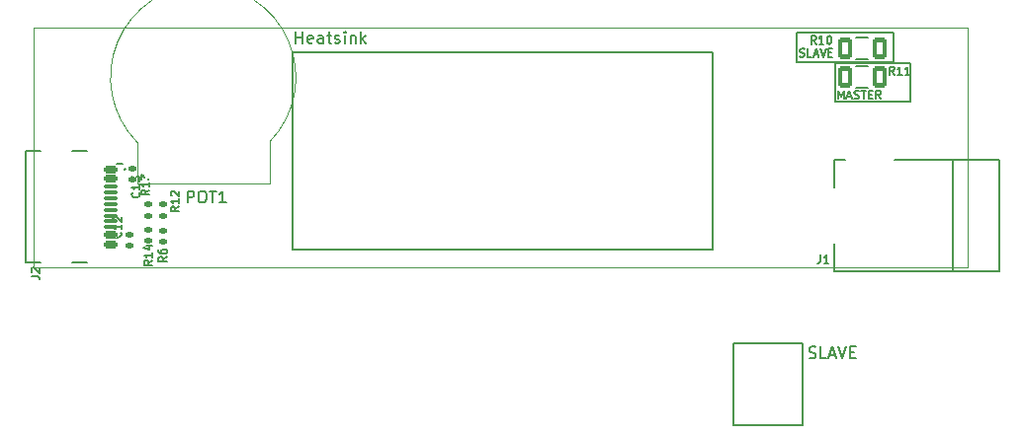
<source format=gbr>
%TF.GenerationSoftware,KiCad,Pcbnew,6.0.11+dfsg-1~bpo11+1*%
%TF.CreationDate,2023-04-14T13:04:02+02:00*%
%TF.ProjectId,IR-diode-general,49522d64-696f-4646-952d-67656e657261,rev?*%
%TF.SameCoordinates,Original*%
%TF.FileFunction,Legend,Top*%
%TF.FilePolarity,Positive*%
%FSLAX46Y46*%
G04 Gerber Fmt 4.6, Leading zero omitted, Abs format (unit mm)*
G04 Created by KiCad (PCBNEW 6.0.11+dfsg-1~bpo11+1) date 2023-04-14 13:04:02 commit 5e22265*
%MOMM*%
%LPD*%
G01*
G04 APERTURE LIST*
G04 Aperture macros list*
%AMRoundRect*
0 Rectangle with rounded corners*
0 $1 Rounding radius*
0 $2 $3 $4 $5 $6 $7 $8 $9 X,Y pos of 4 corners*
0 Add a 4 corners polygon primitive as box body*
4,1,4,$2,$3,$4,$5,$6,$7,$8,$9,$2,$3,0*
0 Add four circle primitives for the rounded corners*
1,1,$1+$1,$2,$3*
1,1,$1+$1,$4,$5*
1,1,$1+$1,$6,$7*
1,1,$1+$1,$8,$9*
0 Add four rect primitives between the rounded corners*
20,1,$1+$1,$2,$3,$4,$5,0*
20,1,$1+$1,$4,$5,$6,$7,0*
20,1,$1+$1,$6,$7,$8,$9,0*
20,1,$1+$1,$8,$9,$2,$3,0*%
G04 Aperture macros list end*
%ADD10C,0.150000*%
%TA.AperFunction,Profile*%
%ADD11C,0.100000*%
%TD*%
%ADD12C,0.145711*%
%ADD13C,0.120000*%
%ADD14RoundRect,0.147500X-0.172500X0.147500X-0.172500X-0.147500X0.172500X-0.147500X0.172500X0.147500X0*%
%ADD15RoundRect,0.147500X0.172500X-0.147500X0.172500X0.147500X-0.172500X0.147500X-0.172500X-0.147500X0*%
%ADD16O,2.000000X4.500000*%
%ADD17O,4.000000X1.990000*%
%ADD18O,2.000000X4.000000*%
%ADD19C,0.650000*%
%ADD20RoundRect,0.150000X-0.425000X0.150000X-0.425000X-0.150000X0.425000X-0.150000X0.425000X0.150000X0*%
%ADD21RoundRect,0.075000X-0.500000X0.075000X-0.500000X-0.075000X0.500000X-0.075000X0.500000X0.075000X0*%
%ADD22O,2.100000X1.050000*%
%ADD23O,2.000000X1.000000*%
%ADD24RoundRect,0.180000X0.420000X0.720000X-0.420000X0.720000X-0.420000X-0.720000X0.420000X-0.720000X0*%
%ADD25C,2.000000*%
%ADD26C,3.000000*%
G04 APERTURE END LIST*
D10*
X158650000Y-40850000D02*
X150350000Y-40850000D01*
X150350000Y-40850000D02*
X150350000Y-43450000D01*
X150350000Y-43450000D02*
X158650000Y-43450000D01*
X158650000Y-43450000D02*
X158650000Y-40850000D01*
X153650000Y-43475000D02*
X160150000Y-43475000D01*
X160150000Y-43475000D02*
X160150000Y-46825000D01*
X160150000Y-46825000D02*
X153650000Y-46825000D01*
X153650000Y-46825000D02*
X153650000Y-43475000D01*
X144951000Y-67600000D02*
X150901000Y-67600000D01*
X150901000Y-67600000D02*
X150901000Y-74550000D01*
X150901000Y-74550000D02*
X144951000Y-74550000D01*
X144951000Y-74550000D02*
X144951000Y-67600000D01*
X143200000Y-59500000D02*
X107200000Y-59500000D01*
X107200000Y-59500000D02*
X107200000Y-42550000D01*
X107200000Y-42550000D02*
X143200000Y-42550000D01*
X143200000Y-42550000D02*
X143200000Y-59500000D01*
D11*
X85000000Y-40500000D02*
X165000000Y-40500000D01*
X165000000Y-40500000D02*
X165000000Y-61000000D01*
X165000000Y-61000000D02*
X85000000Y-61000000D01*
X85000000Y-61000000D02*
X85000000Y-40500000D01*
D10*
X150650000Y-42933333D02*
X150750000Y-42966666D01*
X150916666Y-42966666D01*
X150983333Y-42933333D01*
X151016666Y-42900000D01*
X151050000Y-42833333D01*
X151050000Y-42766666D01*
X151016666Y-42700000D01*
X150983333Y-42666666D01*
X150916666Y-42633333D01*
X150783333Y-42600000D01*
X150716666Y-42566666D01*
X150683333Y-42533333D01*
X150650000Y-42466666D01*
X150650000Y-42400000D01*
X150683333Y-42333333D01*
X150716666Y-42300000D01*
X150783333Y-42266666D01*
X150950000Y-42266666D01*
X151050000Y-42300000D01*
X151683333Y-42966666D02*
X151350000Y-42966666D01*
X151350000Y-42266666D01*
X151883333Y-42766666D02*
X152216666Y-42766666D01*
X151816666Y-42966666D02*
X152050000Y-42266666D01*
X152283333Y-42966666D01*
X152416666Y-42266666D02*
X152650000Y-42966666D01*
X152883333Y-42266666D01*
X153116666Y-42600000D02*
X153350000Y-42600000D01*
X153450000Y-42966666D02*
X153116666Y-42966666D01*
X153116666Y-42266666D01*
X153450000Y-42266666D01*
X153950000Y-46566666D02*
X153950000Y-45866666D01*
X154183333Y-46366666D01*
X154416666Y-45866666D01*
X154416666Y-46566666D01*
X154716666Y-46366666D02*
X155050000Y-46366666D01*
X154650000Y-46566666D02*
X154883333Y-45866666D01*
X155116666Y-46566666D01*
X155316666Y-46533333D02*
X155416666Y-46566666D01*
X155583333Y-46566666D01*
X155650000Y-46533333D01*
X155683333Y-46500000D01*
X155716666Y-46433333D01*
X155716666Y-46366666D01*
X155683333Y-46300000D01*
X155650000Y-46266666D01*
X155583333Y-46233333D01*
X155450000Y-46200000D01*
X155383333Y-46166666D01*
X155350000Y-46133333D01*
X155316666Y-46066666D01*
X155316666Y-46000000D01*
X155350000Y-45933333D01*
X155383333Y-45900000D01*
X155450000Y-45866666D01*
X155616666Y-45866666D01*
X155716666Y-45900000D01*
X155916666Y-45866666D02*
X156316666Y-45866666D01*
X156116666Y-46566666D02*
X156116666Y-45866666D01*
X156550000Y-46200000D02*
X156783333Y-46200000D01*
X156883333Y-46566666D02*
X156550000Y-46566666D01*
X156550000Y-45866666D01*
X156883333Y-45866666D01*
X157583333Y-46566666D02*
X157350000Y-46233333D01*
X157183333Y-46566666D02*
X157183333Y-45866666D01*
X157450000Y-45866666D01*
X157516666Y-45900000D01*
X157550000Y-45933333D01*
X157583333Y-46000000D01*
X157583333Y-46100000D01*
X157550000Y-46166666D01*
X157516666Y-46200000D01*
X157450000Y-46233333D01*
X157183333Y-46233333D01*
X107497619Y-41802380D02*
X107497619Y-40802380D01*
X107497619Y-41278571D02*
X108069047Y-41278571D01*
X108069047Y-41802380D02*
X108069047Y-40802380D01*
X108926190Y-41754761D02*
X108830952Y-41802380D01*
X108640476Y-41802380D01*
X108545238Y-41754761D01*
X108497619Y-41659523D01*
X108497619Y-41278571D01*
X108545238Y-41183333D01*
X108640476Y-41135714D01*
X108830952Y-41135714D01*
X108926190Y-41183333D01*
X108973809Y-41278571D01*
X108973809Y-41373809D01*
X108497619Y-41469047D01*
X109830952Y-41802380D02*
X109830952Y-41278571D01*
X109783333Y-41183333D01*
X109688095Y-41135714D01*
X109497619Y-41135714D01*
X109402380Y-41183333D01*
X109830952Y-41754761D02*
X109735714Y-41802380D01*
X109497619Y-41802380D01*
X109402380Y-41754761D01*
X109354761Y-41659523D01*
X109354761Y-41564285D01*
X109402380Y-41469047D01*
X109497619Y-41421428D01*
X109735714Y-41421428D01*
X109830952Y-41373809D01*
X110164285Y-41135714D02*
X110545238Y-41135714D01*
X110307142Y-40802380D02*
X110307142Y-41659523D01*
X110354761Y-41754761D01*
X110450000Y-41802380D01*
X110545238Y-41802380D01*
X110830952Y-41754761D02*
X110926190Y-41802380D01*
X111116666Y-41802380D01*
X111211904Y-41754761D01*
X111259523Y-41659523D01*
X111259523Y-41611904D01*
X111211904Y-41516666D01*
X111116666Y-41469047D01*
X110973809Y-41469047D01*
X110878571Y-41421428D01*
X110830952Y-41326190D01*
X110830952Y-41278571D01*
X110878571Y-41183333D01*
X110973809Y-41135714D01*
X111116666Y-41135714D01*
X111211904Y-41183333D01*
X111688095Y-41802380D02*
X111688095Y-41135714D01*
X111688095Y-40802380D02*
X111640476Y-40850000D01*
X111688095Y-40897619D01*
X111735714Y-40850000D01*
X111688095Y-40802380D01*
X111688095Y-40897619D01*
X112164285Y-41135714D02*
X112164285Y-41802380D01*
X112164285Y-41230952D02*
X112211904Y-41183333D01*
X112307142Y-41135714D01*
X112450000Y-41135714D01*
X112545238Y-41183333D01*
X112592857Y-41278571D01*
X112592857Y-41802380D01*
X113069047Y-41802380D02*
X113069047Y-40802380D01*
X113164285Y-41421428D02*
X113450000Y-41802380D01*
X113450000Y-41135714D02*
X113069047Y-41516666D01*
X151451000Y-68804761D02*
X151593857Y-68852380D01*
X151831952Y-68852380D01*
X151927190Y-68804761D01*
X151974809Y-68757142D01*
X152022428Y-68661904D01*
X152022428Y-68566666D01*
X151974809Y-68471428D01*
X151927190Y-68423809D01*
X151831952Y-68376190D01*
X151641476Y-68328571D01*
X151546238Y-68280952D01*
X151498619Y-68233333D01*
X151451000Y-68138095D01*
X151451000Y-68042857D01*
X151498619Y-67947619D01*
X151546238Y-67900000D01*
X151641476Y-67852380D01*
X151879571Y-67852380D01*
X152022428Y-67900000D01*
X152927190Y-68852380D02*
X152451000Y-68852380D01*
X152451000Y-67852380D01*
X153212904Y-68566666D02*
X153689095Y-68566666D01*
X153117666Y-68852380D02*
X153451000Y-67852380D01*
X153784333Y-68852380D01*
X153974809Y-67852380D02*
X154308142Y-68852380D01*
X154641476Y-67852380D01*
X154974809Y-68328571D02*
X155308142Y-68328571D01*
X155451000Y-68852380D02*
X154974809Y-68852380D01*
X154974809Y-67852380D01*
X155451000Y-67852380D01*
%TO.C,C13*%
X94050000Y-54615166D02*
X94083333Y-54648500D01*
X94116666Y-54748500D01*
X94116666Y-54815166D01*
X94083333Y-54915166D01*
X94016666Y-54981833D01*
X93950000Y-55015166D01*
X93816666Y-55048500D01*
X93716666Y-55048500D01*
X93583333Y-55015166D01*
X93516666Y-54981833D01*
X93450000Y-54915166D01*
X93416666Y-54815166D01*
X93416666Y-54748500D01*
X93450000Y-54648500D01*
X93483333Y-54615166D01*
X94116666Y-53948500D02*
X94116666Y-54348500D01*
X94116666Y-54148500D02*
X93416666Y-54148500D01*
X93516666Y-54215166D01*
X93583333Y-54281833D01*
X93616666Y-54348500D01*
X93416666Y-53715166D02*
X93416666Y-53281833D01*
X93683333Y-53515166D01*
X93683333Y-53415166D01*
X93716666Y-53348500D01*
X93750000Y-53315166D01*
X93816666Y-53281833D01*
X93983333Y-53281833D01*
X94050000Y-53315166D01*
X94083333Y-53348500D01*
X94116666Y-53415166D01*
X94116666Y-53615166D01*
X94083333Y-53681833D01*
X94050000Y-53715166D01*
%TO.C,R12*%
X97466666Y-55815833D02*
X97133333Y-56049166D01*
X97466666Y-56215833D02*
X96766666Y-56215833D01*
X96766666Y-55949166D01*
X96800000Y-55882500D01*
X96833333Y-55849166D01*
X96900000Y-55815833D01*
X97000000Y-55815833D01*
X97066666Y-55849166D01*
X97100000Y-55882500D01*
X97133333Y-55949166D01*
X97133333Y-56215833D01*
X97466666Y-55149166D02*
X97466666Y-55549166D01*
X97466666Y-55349166D02*
X96766666Y-55349166D01*
X96866666Y-55415833D01*
X96933333Y-55482500D01*
X96966666Y-55549166D01*
X96833333Y-54882500D02*
X96800000Y-54849166D01*
X96766666Y-54782500D01*
X96766666Y-54615833D01*
X96800000Y-54549166D01*
X96833333Y-54515833D01*
X96900000Y-54482500D01*
X96966666Y-54482500D01*
X97066666Y-54515833D01*
X97466666Y-54915833D01*
X97466666Y-54482500D01*
%TO.C,J1*%
X152414166Y-59966666D02*
X152414166Y-60466666D01*
X152380833Y-60566666D01*
X152314166Y-60633333D01*
X152214166Y-60666666D01*
X152147500Y-60666666D01*
X153114166Y-60666666D02*
X152714166Y-60666666D01*
X152914166Y-60666666D02*
X152914166Y-59966666D01*
X152847500Y-60066666D01*
X152780833Y-60133333D01*
X152714166Y-60166666D01*
%TO.C,J2*%
X84816667Y-61780833D02*
X85316667Y-61780833D01*
X85416667Y-61814166D01*
X85483334Y-61880833D01*
X85516667Y-61980833D01*
X85516667Y-62047500D01*
X84883334Y-61480833D02*
X84850001Y-61447500D01*
X84816667Y-61380833D01*
X84816667Y-61214166D01*
X84850001Y-61147500D01*
X84883334Y-61114166D01*
X84950001Y-61080833D01*
X85016667Y-61080833D01*
X85116667Y-61114166D01*
X85516667Y-61514166D01*
X85516667Y-61080833D01*
%TO.C,R11*%
X158735833Y-44516666D02*
X158502500Y-44183333D01*
X158335833Y-44516666D02*
X158335833Y-43816666D01*
X158602500Y-43816666D01*
X158669166Y-43850000D01*
X158702500Y-43883333D01*
X158735833Y-43950000D01*
X158735833Y-44050000D01*
X158702500Y-44116666D01*
X158669166Y-44150000D01*
X158602500Y-44183333D01*
X158335833Y-44183333D01*
X159402500Y-44516666D02*
X159002500Y-44516666D01*
X159202500Y-44516666D02*
X159202500Y-43816666D01*
X159135833Y-43916666D01*
X159069166Y-43983333D01*
X159002500Y-44016666D01*
X160069166Y-44516666D02*
X159669166Y-44516666D01*
X159869166Y-44516666D02*
X159869166Y-43816666D01*
X159802500Y-43916666D01*
X159735833Y-43983333D01*
X159669166Y-44016666D01*
%TO.C,R13*%
X94916666Y-54400833D02*
X94583333Y-54634166D01*
X94916666Y-54800833D02*
X94216666Y-54800833D01*
X94216666Y-54534166D01*
X94250000Y-54467500D01*
X94283333Y-54434166D01*
X94350000Y-54400833D01*
X94450000Y-54400833D01*
X94516666Y-54434166D01*
X94550000Y-54467500D01*
X94583333Y-54534166D01*
X94583333Y-54800833D01*
X94916666Y-53734166D02*
X94916666Y-54134166D01*
X94916666Y-53934166D02*
X94216666Y-53934166D01*
X94316666Y-54000833D01*
X94383333Y-54067500D01*
X94416666Y-54134166D01*
X94216666Y-53500833D02*
X94216666Y-53067500D01*
X94483333Y-53300833D01*
X94483333Y-53200833D01*
X94516666Y-53134166D01*
X94550000Y-53100833D01*
X94616666Y-53067500D01*
X94783333Y-53067500D01*
X94850000Y-53100833D01*
X94883333Y-53134166D01*
X94916666Y-53200833D01*
X94916666Y-53400833D01*
X94883333Y-53467500D01*
X94850000Y-53500833D01*
%TO.C,C12*%
X92450000Y-58034833D02*
X92483333Y-58068166D01*
X92516666Y-58168166D01*
X92516666Y-58234833D01*
X92483333Y-58334833D01*
X92416666Y-58401500D01*
X92350000Y-58434833D01*
X92216666Y-58468166D01*
X92116666Y-58468166D01*
X91983333Y-58434833D01*
X91916666Y-58401500D01*
X91850000Y-58334833D01*
X91816666Y-58234833D01*
X91816666Y-58168166D01*
X91850000Y-58068166D01*
X91883333Y-58034833D01*
X92516666Y-57368166D02*
X92516666Y-57768166D01*
X92516666Y-57568166D02*
X91816666Y-57568166D01*
X91916666Y-57634833D01*
X91983333Y-57701500D01*
X92016666Y-57768166D01*
X91883333Y-57101500D02*
X91850000Y-57068166D01*
X91816666Y-57001500D01*
X91816666Y-56834833D01*
X91850000Y-56768166D01*
X91883333Y-56734833D01*
X91950000Y-56701500D01*
X92016666Y-56701500D01*
X92116666Y-56734833D01*
X92516666Y-57134833D01*
X92516666Y-56701500D01*
%TO.C,R6*%
X96416666Y-60147500D02*
X96083333Y-60380833D01*
X96416666Y-60547500D02*
X95716666Y-60547500D01*
X95716666Y-60280833D01*
X95750000Y-60214166D01*
X95783333Y-60180833D01*
X95850000Y-60147500D01*
X95950000Y-60147500D01*
X96016666Y-60180833D01*
X96050000Y-60214166D01*
X96083333Y-60280833D01*
X96083333Y-60547500D01*
X95716666Y-59547500D02*
X95716666Y-59680833D01*
X95750000Y-59747500D01*
X95783333Y-59780833D01*
X95883333Y-59847500D01*
X96016666Y-59880833D01*
X96283333Y-59880833D01*
X96350000Y-59847500D01*
X96383333Y-59814166D01*
X96416666Y-59747500D01*
X96416666Y-59614166D01*
X96383333Y-59547500D01*
X96350000Y-59514166D01*
X96283333Y-59480833D01*
X96116666Y-59480833D01*
X96050000Y-59514166D01*
X96016666Y-59547500D01*
X95983333Y-59614166D01*
X95983333Y-59747500D01*
X96016666Y-59814166D01*
X96050000Y-59847500D01*
X96116666Y-59880833D01*
%TO.C,R10*%
X152035833Y-41866666D02*
X151802500Y-41533333D01*
X151635833Y-41866666D02*
X151635833Y-41166666D01*
X151902500Y-41166666D01*
X151969166Y-41200000D01*
X152002500Y-41233333D01*
X152035833Y-41300000D01*
X152035833Y-41400000D01*
X152002500Y-41466666D01*
X151969166Y-41500000D01*
X151902500Y-41533333D01*
X151635833Y-41533333D01*
X152702500Y-41866666D02*
X152302500Y-41866666D01*
X152502500Y-41866666D02*
X152502500Y-41166666D01*
X152435833Y-41266666D01*
X152369166Y-41333333D01*
X152302500Y-41366666D01*
X153135833Y-41166666D02*
X153202500Y-41166666D01*
X153269166Y-41200000D01*
X153302500Y-41233333D01*
X153335833Y-41300000D01*
X153369166Y-41433333D01*
X153369166Y-41600000D01*
X153335833Y-41733333D01*
X153302500Y-41800000D01*
X153269166Y-41833333D01*
X153202500Y-41866666D01*
X153135833Y-41866666D01*
X153069166Y-41833333D01*
X153035833Y-41800000D01*
X153002500Y-41733333D01*
X152969166Y-41600000D01*
X152969166Y-41433333D01*
X153002500Y-41300000D01*
X153035833Y-41233333D01*
X153069166Y-41200000D01*
X153135833Y-41166666D01*
%TO.C,POT1*%
X98185742Y-55478180D02*
X98185742Y-54478180D01*
X98566695Y-54478180D01*
X98661933Y-54525800D01*
X98709552Y-54573419D01*
X98757171Y-54668657D01*
X98757171Y-54811514D01*
X98709552Y-54906752D01*
X98661933Y-54954371D01*
X98566695Y-55001990D01*
X98185742Y-55001990D01*
X99376219Y-54478180D02*
X99566695Y-54478180D01*
X99661933Y-54525800D01*
X99757171Y-54621038D01*
X99804790Y-54811514D01*
X99804790Y-55144847D01*
X99757171Y-55335323D01*
X99661933Y-55430561D01*
X99566695Y-55478180D01*
X99376219Y-55478180D01*
X99280980Y-55430561D01*
X99185742Y-55335323D01*
X99138123Y-55144847D01*
X99138123Y-54811514D01*
X99185742Y-54621038D01*
X99280980Y-54525800D01*
X99376219Y-54478180D01*
X100090504Y-54478180D02*
X100661933Y-54478180D01*
X100376219Y-55478180D02*
X100376219Y-54478180D01*
X101519076Y-55478180D02*
X100947647Y-55478180D01*
X101233361Y-55478180D02*
X101233361Y-54478180D01*
X101138123Y-54621038D01*
X101042885Y-54716276D01*
X100947647Y-54763895D01*
%TO.C,R14*%
X95166666Y-60450833D02*
X94833333Y-60684166D01*
X95166666Y-60850833D02*
X94466666Y-60850833D01*
X94466666Y-60584166D01*
X94500000Y-60517500D01*
X94533333Y-60484166D01*
X94600000Y-60450833D01*
X94700000Y-60450833D01*
X94766666Y-60484166D01*
X94800000Y-60517500D01*
X94833333Y-60584166D01*
X94833333Y-60850833D01*
X95166666Y-59784166D02*
X95166666Y-60184166D01*
X95166666Y-59984166D02*
X94466666Y-59984166D01*
X94566666Y-60050833D01*
X94633333Y-60117500D01*
X94666666Y-60184166D01*
X94700000Y-59184166D02*
X95166666Y-59184166D01*
X94433333Y-59350833D02*
X94933333Y-59517500D01*
X94933333Y-59084166D01*
%TO.C,J1*%
X167700000Y-51800000D02*
X158800000Y-51800000D01*
X153600000Y-61400000D02*
X153600000Y-59000000D01*
X163800000Y-61400000D02*
X163800000Y-51800000D01*
X153600000Y-54200000D02*
X153600000Y-51800000D01*
X167700000Y-61400000D02*
X153600000Y-61400000D01*
X167700000Y-61400000D02*
X167700000Y-51800000D01*
X153600000Y-51800000D02*
X154525500Y-51800000D01*
%TO.C,J2*%
X89554645Y-51060000D02*
X88304645Y-51060000D01*
X92159645Y-52150000D02*
X92659645Y-52150000D01*
X84305645Y-60638000D02*
X85584645Y-60638000D01*
X84305645Y-51060000D02*
X84305645Y-60638000D01*
X85584645Y-51060000D02*
X84305645Y-51060000D01*
X89554645Y-60638000D02*
X88304645Y-60638000D01*
D12*
X92892500Y-52640000D02*
G75*
G03*
X92892500Y-52640000I-72855J0D01*
G01*
D10*
%TO.C,R11*%
X156000000Y-45602000D02*
X156500000Y-45602000D01*
X156000000Y-43800000D02*
X156500000Y-43800000D01*
X156000000Y-43800000D02*
X155502000Y-43800000D01*
X156000000Y-45602000D02*
X155502000Y-45602000D01*
%TO.C,R10*%
X156000000Y-41350000D02*
X156500000Y-41350000D01*
X156000000Y-41350000D02*
X155502000Y-41350000D01*
X156000000Y-43152000D02*
X155502000Y-43152000D01*
X156000000Y-43152000D02*
X156500000Y-43152000D01*
D13*
%TO.C,POT1*%
X93869400Y-53806600D02*
X93885000Y-50301400D01*
X99569400Y-53806600D02*
X93869400Y-53806600D01*
X105269400Y-53806600D02*
X99569400Y-53806600D01*
X105269400Y-53806600D02*
X105264200Y-50250600D01*
X105264200Y-50250600D02*
G75*
G03*
X93885000Y-50301400I-5714329J5513816D01*
G01*
%TD*%
%LPC*%
D10*
X107800000Y-42800000D02*
X142800000Y-42800000D01*
X142800000Y-42800000D02*
X142800000Y-59000000D01*
X142800000Y-59000000D02*
X107800000Y-59000000D01*
X107800000Y-59000000D02*
X107800000Y-42800000D01*
G36*
X107800000Y-42800000D02*
G01*
X142800000Y-42800000D01*
X142800000Y-59000000D01*
X107800000Y-59000000D01*
X107800000Y-42800000D01*
G37*
D14*
%TO.C,C13*%
X93450000Y-52566000D03*
X93450000Y-53534000D03*
%TD*%
D15*
%TO.C,R12*%
X96100000Y-56600000D03*
X96100000Y-55630000D03*
%TD*%
D16*
%TO.C,J1*%
X153700000Y-56600000D03*
D17*
X156648000Y-51721000D03*
D18*
X159699000Y-56600000D03*
%TD*%
D19*
%TO.C,J2*%
X90585645Y-58740000D03*
X90585645Y-52959000D03*
D20*
X91659645Y-52648000D03*
X91659645Y-53450000D03*
D21*
X91659645Y-54600000D03*
X91659645Y-55600000D03*
X91659645Y-56098000D03*
X91659645Y-57099000D03*
D20*
X91659645Y-58248000D03*
X91659645Y-59050000D03*
X91659645Y-59050000D03*
X91659645Y-58248000D03*
D21*
X91659645Y-57599000D03*
X91659645Y-56598000D03*
X91659645Y-55100000D03*
X91659645Y-54100000D03*
D20*
X91659645Y-53450000D03*
X91659645Y-52648000D03*
D22*
X91085645Y-51529000D03*
D23*
X86904645Y-51529000D03*
D22*
X91085645Y-60170000D03*
D23*
X86904645Y-60170000D03*
%TD*%
D24*
%TO.C,R11*%
X157500000Y-44700000D03*
X154501000Y-44700000D03*
%TD*%
D15*
%TO.C,R13*%
X94850000Y-56600000D03*
X94850000Y-55630000D03*
%TD*%
%TO.C,C12*%
X93250000Y-59184000D03*
X93250000Y-58216000D03*
%TD*%
D14*
%TO.C,R6*%
X96100000Y-57865000D03*
X96100000Y-58835000D03*
%TD*%
D24*
%TO.C,R10*%
X157500000Y-42250000D03*
X154501000Y-42250000D03*
%TD*%
D25*
%TO.C,POT1*%
X94574600Y-42111800D03*
X104574600Y-42111800D03*
D26*
X95574600Y-52111800D03*
X99574600Y-52111800D03*
X103574600Y-52111800D03*
%TD*%
D15*
%TO.C,R14*%
X94850000Y-58750000D03*
X94850000Y-57780000D03*
%TD*%
M02*

</source>
